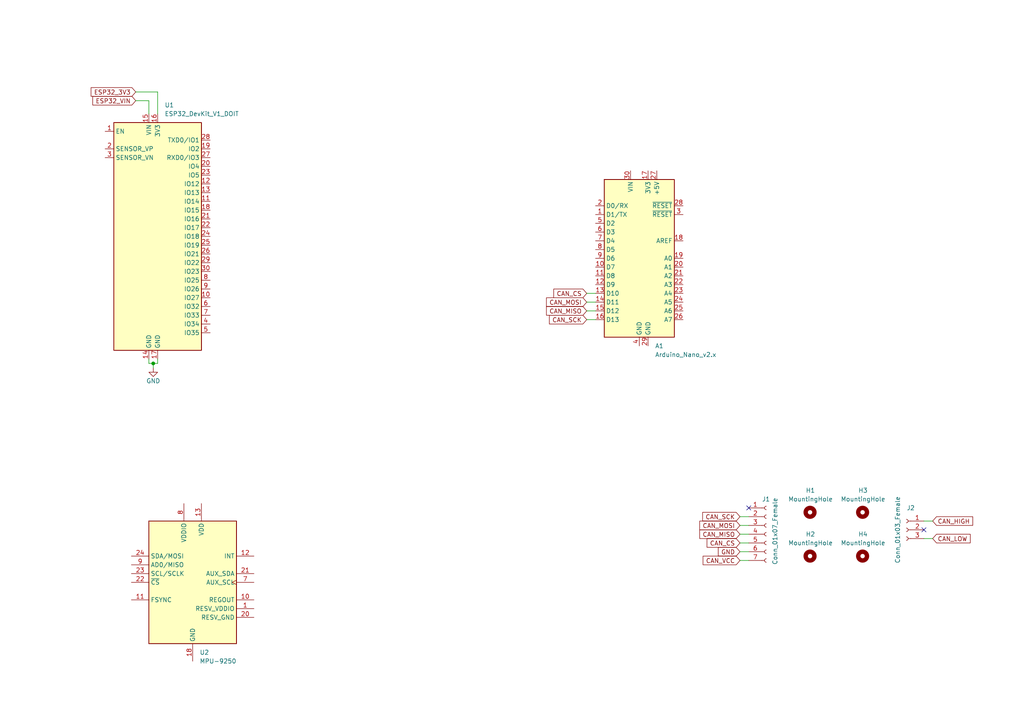
<source format=kicad_sch>
(kicad_sch (version 20211123) (generator eeschema)
  (paper "A4")
  (lib_symbols
    (symbol "Connector:Conn_01x03_Female" (pin_names (offset 1.016) hide)
      (property "Reference" "J" (at 0 5.08 0))
      (property "Value" "Conn_01x03_Female" (at 0 -5.08 0))
      (symbol "Conn_01x03_Female_1_1"
        (arc (start 0 -2.032) (mid -0.508 -2.54) (end 0 -3.048) (stroke (width 0.1524)))
        (polyline (pts (xy -1.27 -2.54) (xy -0.508 -2.54)) (stroke (width 0.1524)))
        (polyline (pts (xy -1.27 0) (xy -0.508 0)) (stroke (width 0.1524)))
        (polyline (pts (xy -1.27 2.54) (xy -0.508 2.54)) (stroke (width 0.1524)))
        (arc (start 0 0.508) (mid -0.508 0) (end 0 -0.508) (stroke (width 0.1524)))
        (arc (start 0 3.048) (mid -0.508 2.54) (end 0 2.032) (stroke (width 0.1524)))
        (pin passive line (at -5.08 2.54 0) (length 3.81) (name "Pin_1") (number "1"))
        (pin passive line (at -5.08 0 0) (length 3.81) (name "Pin_2") (number "2"))
        (pin passive line (at -5.08 -2.54 0) (length 3.81) (name "Pin_3") (number "3"))
      )
    )
    (symbol "Connector:Conn_01x07_Female" (pin_names (offset 1.016) hide)
      (property "Reference" "J" (at 0 10.16 0))
      (property "Value" "Conn_01x07_Female" (at 0 -10.16 0))
      (symbol "Conn_01x07_Female_1_1"
        (arc (start 0 -7.112) (mid -0.508 -7.62) (end 0 -8.128) (stroke (width 0.1524)))
        (arc (start 0 -4.572) (mid -0.508 -5.08) (end 0 -5.588) (stroke (width 0.1524)))
        (arc (start 0 -2.032) (mid -0.508 -2.54) (end 0 -3.048) (stroke (width 0.1524)))
        (polyline (pts (xy -1.27 -7.62) (xy -0.508 -7.62)) (stroke (width 0.1524)))
        (polyline (pts (xy -1.27 -5.08) (xy -0.508 -5.08)) (stroke (width 0.1524)))
        (polyline (pts (xy -1.27 -2.54) (xy -0.508 -2.54)) (stroke (width 0.1524)))
        (polyline (pts (xy -1.27 0) (xy -0.508 0)) (stroke (width 0.1524)))
        (polyline (pts (xy -1.27 2.54) (xy -0.508 2.54)) (stroke (width 0.1524)))
        (polyline (pts (xy -1.27 5.08) (xy -0.508 5.08)) (stroke (width 0.1524)))
        (polyline (pts (xy -1.27 7.62) (xy -0.508 7.62)) (stroke (width 0.1524)))
        (arc (start 0 0.508) (mid -0.508 0) (end 0 -0.508) (stroke (width 0.1524)))
        (arc (start 0 3.048) (mid -0.508 2.54) (end 0 2.032) (stroke (width 0.1524)))
        (arc (start 0 5.588) (mid -0.508 5.08) (end 0 4.572) (stroke (width 0.1524)))
        (arc (start 0 8.128) (mid -0.508 7.62) (end 0 7.112) (stroke (width 0.1524)))
        (pin passive line (at -5.08 7.62 0) (length 3.81) (name "Pin_1") (number "1"))
        (pin passive line (at -5.08 5.08 0) (length 3.81) (name "Pin_2") (number "2"))
        (pin passive line (at -5.08 2.54 0) (length 3.81) (name "Pin_3") (number "3"))
        (pin passive line (at -5.08 0 0) (length 3.81) (name "Pin_4") (number "4"))
        (pin passive line (at -5.08 -2.54 0) (length 3.81) (name "Pin_5") (number "5"))
        (pin passive line (at -5.08 -5.08 0) (length 3.81) (name "Pin_6") (number "6"))
        (pin passive line (at -5.08 -7.62 0) (length 3.81) (name "Pin_7") (number "7"))
      )
    )
    (symbol "MCU_Module:Arduino_Nano_v2.x"
      (property "Reference" "A" (at -10.16 23.495 0))
      (property "Value" "Arduino_Nano_v2.x" (at 5.08 -24.13 0))
      (symbol "Arduino_Nano_v2.x_0_1"
        (rectangle (start -10.16 22.86) (end 10.16 -22.86) (stroke (width 0.254)) (fill (type background)))
      )
      (symbol "Arduino_Nano_v2.x_1_1"
        (pin bidirectional line (at -12.7 12.7 0) (length 2.54) (name "D1/TX") (number "1"))
        (pin bidirectional line (at -12.7 -2.54 0) (length 2.54) (name "D7") (number "10"))
        (pin bidirectional line (at -12.7 -5.08 0) (length 2.54) (name "D8") (number "11"))
        (pin bidirectional line (at -12.7 -7.62 0) (length 2.54) (name "D9") (number "12"))
        (pin bidirectional line (at -12.7 -10.16 0) (length 2.54) (name "D10") (number "13"))
        (pin bidirectional line (at -12.7 -12.7 0) (length 2.54) (name "D11") (number "14"))
        (pin bidirectional line (at -12.7 -15.24 0) (length 2.54) (name "D12") (number "15"))
        (pin bidirectional line (at -12.7 -17.78 0) (length 2.54) (name "D13") (number "16"))
        (pin power_out line (at 2.54 25.4 270) (length 2.54) (name "3V3") (number "17"))
        (pin input line (at 12.7 5.08 180) (length 2.54) (name "AREF") (number "18"))
        (pin bidirectional line (at 12.7 0 180) (length 2.54) (name "A0") (number "19"))
        (pin bidirectional line (at -12.7 15.24 0) (length 2.54) (name "D0/RX") (number "2"))
        (pin bidirectional line (at 12.7 -2.54 180) (length 2.54) (name "A1") (number "20"))
        (pin bidirectional line (at 12.7 -5.08 180) (length 2.54) (name "A2") (number "21"))
        (pin bidirectional line (at 12.7 -7.62 180) (length 2.54) (name "A3") (number "22"))
        (pin bidirectional line (at 12.7 -10.16 180) (length 2.54) (name "A4") (number "23"))
        (pin bidirectional line (at 12.7 -12.7 180) (length 2.54) (name "A5") (number "24"))
        (pin bidirectional line (at 12.7 -15.24 180) (length 2.54) (name "A6") (number "25"))
        (pin bidirectional line (at 12.7 -17.78 180) (length 2.54) (name "A7") (number "26"))
        (pin power_out line (at 5.08 25.4 270) (length 2.54) (name "+5V") (number "27"))
        (pin input line (at 12.7 15.24 180) (length 2.54) (name "~{RESET}") (number "28"))
        (pin power_in line (at 2.54 -25.4 90) (length 2.54) (name "GND") (number "29"))
        (pin input line (at 12.7 12.7 180) (length 2.54) (name "~{RESET}") (number "3"))
        (pin power_in line (at -2.54 25.4 270) (length 2.54) (name "VIN") (number "30"))
        (pin power_in line (at 0 -25.4 90) (length 2.54) (name "GND") (number "4"))
        (pin bidirectional line (at -12.7 10.16 0) (length 2.54) (name "D2") (number "5"))
        (pin bidirectional line (at -12.7 7.62 0) (length 2.54) (name "D3") (number "6"))
        (pin bidirectional line (at -12.7 5.08 0) (length 2.54) (name "D4") (number "7"))
        (pin bidirectional line (at -12.7 2.54 0) (length 2.54) (name "D5") (number "8"))
        (pin bidirectional line (at -12.7 0 0) (length 2.54) (name "D6") (number "9"))
      )
    )
    (symbol "Mechanical:MountingHole" (pin_names (offset 1.016))
      (property "Reference" "H" (at 0 5.08 0))
      (property "Value" "MountingHole" (at 0 3.175 0))
      (symbol "MountingHole_0_1"
        (circle (center 0 0) (radius 1.27) (stroke (width 1.27)))
      )
    )
    (symbol "Sensor_Motion:MPU-9250"
      (property "Reference" "U" (at -11.43 19.05 0))
      (property "Value" "MPU-9250" (at 7.62 -19.05 0))
      (symbol "MPU-9250_0_1"
        (rectangle (start -12.7 17.78) (end 12.7 -17.78) (stroke (width 0.254)) (fill (type background)))
      )
      (symbol "MPU-9250_1_1"
        (pin input line (at 17.78 -7.62 180) (length 5.08) (name "RESV_VDDIO") (number "1"))
        (pin passive line (at 17.78 -5.08 180) (length 5.08) (name "REGOUT") (number "10"))
        (pin input line (at -17.78 -5.08 0) (length 5.08) (name "FSYNC") (number "11"))
        (pin output line (at 17.78 7.62 180) (length 5.08) (name "INT") (number "12"))
        (pin power_in line (at 2.54 22.86 270) (length 5.08) (name "VDD") (number "13"))
        (pin power_in line (at 0 -22.86 90) (length 5.08) (name "GND") (number "18"))
        (pin power_in line (at 17.78 -10.16 180) (length 5.08) (name "RESV_GND") (number "20"))
        (pin bidirectional line (at 17.78 2.54 180) (length 5.08) (name "AUX_SDA") (number "21"))
        (pin input line (at -17.78 0 0) (length 5.08) (name "~{CS}") (number "22"))
        (pin input line (at -17.78 2.54 0) (length 5.08) (name "SCL/SCLK") (number "23"))
        (pin bidirectional line (at -17.78 7.62 0) (length 5.08) (name "SDA/MOSI") (number "24"))
        (pin output clock (at 17.78 0 180) (length 5.08) (name "AUX_SCL") (number "7"))
        (pin power_in line (at -2.54 22.86 270) (length 5.08) (name "VDDIO") (number "8"))
        (pin bidirectional line (at -17.78 5.08 0) (length 5.08) (name "AD0/MISO") (number "9"))
      )
    )
    (symbol "esp32_devkit_v1_doit:ESP32_DevKit_V1_DOIT"
      (property "Reference" "U" (at -11.43 34.29 0))
      (property "Value" "ESP32_DevKit_V1_DOIT" (at 11.43 34.29 0))
      (symbol "ESP32_DevKit_V1_DOIT_1_1"
        (rectangle (start -12.7 33.02) (end 12.7 -33.02) (stroke (width 0.254)) (fill (type background)))
        (pin input line (at -15.24 30.48 0) (length 2.54) (name "EN") (number "1"))
        (pin bidirectional line (at 15.24 -17.78 180) (length 2.54) (name "IO27") (number "10"))
        (pin bidirectional line (at 15.24 10.16 180) (length 2.54) (name "IO14") (number "11"))
        (pin bidirectional line (at 15.24 15.24 180) (length 2.54) (name "IO12") (number "12"))
        (pin bidirectional line (at 15.24 12.7 180) (length 2.54) (name "IO13") (number "13"))
        (pin power_in line (at -2.54 -35.56 90) (length 2.54) (name "GND") (number "14"))
        (pin power_in line (at -2.54 35.56 270) (length 2.54) (name "VIN") (number "15"))
        (pin power_in line (at 0 35.56 270) (length 2.54) (name "3V3") (number "16"))
        (pin power_in line (at 0 -35.56 90) (length 2.54) (name "GND") (number "17"))
        (pin bidirectional line (at 15.24 7.62 180) (length 2.54) (name "IO15") (number "18"))
        (pin bidirectional line (at 15.24 25.4 180) (length 2.54) (name "IO2") (number "19"))
        (pin input line (at -15.24 25.4 0) (length 2.54) (name "SENSOR_VP") (number "2"))
        (pin bidirectional line (at 15.24 20.32 180) (length 2.54) (name "IO4") (number "20"))
        (pin bidirectional line (at 15.24 5.08 180) (length 2.54) (name "IO16") (number "21"))
        (pin bidirectional line (at 15.24 2.54 180) (length 2.54) (name "IO17") (number "22"))
        (pin bidirectional line (at 15.24 17.78 180) (length 2.54) (name "IO5") (number "23"))
        (pin bidirectional line (at 15.24 0 180) (length 2.54) (name "IO18") (number "24"))
        (pin bidirectional line (at 15.24 -2.54 180) (length 2.54) (name "IO19") (number "25"))
        (pin bidirectional line (at 15.24 -5.08 180) (length 2.54) (name "IO21") (number "26"))
        (pin bidirectional line (at 15.24 22.86 180) (length 2.54) (name "RXD0/IO3") (number "27"))
        (pin bidirectional line (at 15.24 27.94 180) (length 2.54) (name "TXD0/IO1") (number "28"))
        (pin bidirectional line (at 15.24 -7.62 180) (length 2.54) (name "IO22") (number "29"))
        (pin input line (at -15.24 22.86 0) (length 2.54) (name "SENSOR_VN") (number "3"))
        (pin bidirectional line (at 15.24 -10.16 180) (length 2.54) (name "IO23") (number "30"))
        (pin input line (at 15.24 -25.4 180) (length 2.54) (name "IO34") (number "4"))
        (pin input line (at 15.24 -27.94 180) (length 2.54) (name "IO35") (number "5"))
        (pin bidirectional line (at 15.24 -20.32 180) (length 2.54) (name "IO32") (number "6"))
        (pin bidirectional line (at 15.24 -22.86 180) (length 2.54) (name "IO33") (number "7"))
        (pin bidirectional line (at 15.24 -12.7 180) (length 2.54) (name "IO25") (number "8"))
        (pin bidirectional line (at 15.24 -15.24 180) (length 2.54) (name "IO26") (number "9"))
      )
    )
    (symbol "power:GND" (power) (pin_names (offset 0))
      (property "Value" "GND" (at 0 -3.81 0))
      (symbol "GND_0_1"
        (polyline (pts (xy 0 0) (xy 0 -1.27) (xy 1.27 -1.27) (xy 0 -2.54) (xy -1.27 -1.27) (xy 0 -1.27)))
      )
      (symbol "GND_1_1"
        (pin power_in line (at 0 0 270) (length 0) hide (name "GND") (number "1"))
      )
    )
  )
  (junction (at 44.45 105.41))
  (no_connect (at 267.97 153.67))
  (no_connect (at 217.17 147.32))
  (wire (pts (xy 43.18 104.14) (xy 43.18 105.41)))
  (wire (pts (xy 214.63 160.02) (xy 217.17 160.02)))
  (wire (pts (xy 214.63 157.48) (xy 217.17 157.48)))
  (wire (pts (xy 45.72 104.14) (xy 45.72 105.41)))
  (wire (pts (xy 44.45 105.41) (xy 45.72 105.41)))
  (wire (pts (xy 214.63 152.4) (xy 217.17 152.4)))
  (wire (pts (xy 43.18 29.21) (xy 43.18 33.02)))
  (wire (pts (xy 214.63 149.86) (xy 217.17 149.86)))
  (wire (pts (xy 43.18 105.41) (xy 44.45 105.41)))
  (wire (pts (xy 45.72 33.02) (xy 45.72 26.67)))
  (wire (pts (xy 214.63 162.56) (xy 217.17 162.56)))
  (wire (pts (xy 170.18 90.17) (xy 172.72 90.17)))
  (wire (pts (xy 170.18 85.09) (xy 172.72 85.09)))
  (wire (pts (xy 214.63 154.94) (xy 217.17 154.94)))
  (wire (pts (xy 170.18 92.71) (xy 172.72 92.71)))
  (wire (pts (xy 267.97 151.13) (xy 270.51 151.13)))
  (wire (pts (xy 267.97 156.21) (xy 270.51 156.21)))
  (wire (pts (xy 39.37 29.21) (xy 43.18 29.21)))
  (wire (pts (xy 44.45 105.41) (xy 44.45 106.68)))
  (wire (pts (xy 39.37 26.67) (xy 45.72 26.67)))
  (wire (pts (xy 170.18 87.63) (xy 172.72 87.63)))
  (global_label "CAN_MISO" (shape input) (at 214.63 154.94 180) (property "Intersheet References" "${INTERSHEET_REFS}" (effects hide)))
  (global_label "CAN_HIGH" (shape input) (at 270.51 151.13 0) (property "Intersheet References" "${INTERSHEET_REFS}" (effects hide)))
  (global_label "ESP32_3V3" (shape input) (at 39.37 26.67 180) (property "Intersheet References" "${INTERSHEET_REFS}" (effects hide)))
  (global_label "CAN_MISO" (shape input) (at 170.18 90.17 180) (property "Intersheet References" "${INTERSHEET_REFS}" (effects hide)))
  (global_label "CAN_MOSI" (shape input) (at 214.63 152.4 180) (property "Intersheet References" "${INTERSHEET_REFS}" (effects hide)))
  (global_label "CAN_VCC" (shape input) (at 214.63 162.56 180) (property "Intersheet References" "${INTERSHEET_REFS}" (effects hide)))
  (global_label "CAN_CS" (shape input) (at 170.18 85.09 180) (property "Intersheet References" "${INTERSHEET_REFS}" (effects hide)))
  (global_label "GND" (shape input) (at 214.63 160.02 180) (property "Intersheet References" "${INTERSHEET_REFS}" (effects hide)))
  (global_label "CAN_CS" (shape input) (at 214.63 157.48 180) (property "Intersheet References" "${INTERSHEET_REFS}" (effects hide)))
  (global_label "CAN_MOSI" (shape input) (at 170.18 87.63 180) (property "Intersheet References" "${INTERSHEET_REFS}" (effects hide)))
  (global_label "ESP32_VIN" (shape input) (at 39.37 29.21 180) (property "Intersheet References" "${INTERSHEET_REFS}" (effects hide)))
  (global_label "CAN_SCK" (shape input) (at 214.63 149.86 180) (property "Intersheet References" "${INTERSHEET_REFS}" (effects hide)))
  (global_label "CAN_SCK" (shape input) (at 170.18 92.71 180) (property "Intersheet References" "${INTERSHEET_REFS}" (effects hide)))
  (global_label "CAN_LOW" (shape input) (at 270.51 156.21 0) (property "Intersheet References" "${INTERSHEET_REFS}" (effects hide)))
  (symbol (lib_id "Mechanical:MountingHole") (at 250.19 161.29 0) (unit 1)
    (property "Reference" "H4" (at 248.92 154.94 0) (effects (justify left)))
    (property "Value" "MountingHole" (at 243.84 157.48 0) (effects (justify left)))
    (property "Footprint" "MountingHole:MountingHole_3.2mm_M3_ISO7380" (effects hide))
  )
  (symbol (lib_id "Mechanical:MountingHole") (at 250.19 148.59 0) (unit 1)
    (property "Reference" "H3" (at 248.92 142.24 0) (effects (justify left)))
    (property "Value" "MountingHole" (at 243.84 144.78 0) (effects (justify left)))
    (property "Footprint" "MountingHole:MountingHole_3.2mm_M3_ISO7380" (effects hide))
  )
  (symbol (lib_id "Mechanical:MountingHole") (at 234.95 161.29 0) (unit 1)
    (property "Reference" "H2" (at 233.68 154.94 0) (effects (justify left)))
    (property "Value" "MountingHole" (at 228.6 157.48 0) (effects (justify left)))
    (property "Footprint" "MountingHole:MountingHole_3.2mm_M3_ISO7380" (effects hide))
  )
  (symbol (lib_id "Connector:Conn_01x07_Female") (at 222.25 154.94 0) (unit 1)
    (property "Reference" "J1" (at 220.98 144.78 0) (effects (justify left)))
    (property "Value" "Conn_01x07_Female" (at 224.79 163.83 90) (effects (justify left)))
    (property "Footprint" "Connector_PinHeader_2.54mm:PinHeader_1x06_P2.54mm_Vertical" (effects hide))
  )
  (symbol (lib_id "esp32_devkit_v1_doit:ESP32_DevKit_V1_DOIT") (at 45.72 68.58 0) (unit 1)
    (property "Reference" "U1" (at 47.7394 30.48 0) (effects (justify left)))
    (property "Value" "ESP32_DevKit_V1_DOIT" (at 47.7394 33.02 0) (effects (justify left)))
    (property "Footprint" "esp32_devkit_v1_doit:esp32_devkit_v1_doit" (effects hide))
    (property "Datasheet" "https://aliexpress.com/item/32864722159.html" (effects hide))
  )
  (symbol (lib_id "Sensor_Motion:MPU-9250") (at 55.88 168.91 0) (unit 1)
    (property "Reference" "U2" (at 57.8994 189.23 0) (effects (justify left)))
    (property "Value" "MPU-9250" (at 57.8994 191.77 0) (effects (justify left)))
    (property "Footprint" "Sensor_Motion:InvenSense_QFN-24_3x3mm_P0.4mm" (effects hide))
    (property "Datasheet" "https://invensense.tdk.com/wp-content/uploads/2015/02/PS-MPU-9250A-01-v1.1.pdf" (effects hide))
  )
  (symbol (lib_id "MCU_Module:Arduino_Nano_v2.x") (at 185.42 74.93 0) (unit 1)
    (property "Reference" "A1" (at 189.9794 100.33 0) (effects (justify left)))
    (property "Value" "Arduino_Nano_v2.x" (at 189.9794 102.87 0) (effects (justify left)))
    (property "Footprint" "Module:Arduino_Nano" (effects hide))
    (property "Datasheet" "https://www.arduino.cc/en/uploads/Main/ArduinoNanoManual23.pdf" (effects hide))
  )
  (symbol (lib_id "Mechanical:MountingHole") (at 234.95 148.59 0) (unit 1)
    (property "Reference" "H1" (at 233.68 142.24 0) (effects (justify left)))
    (property "Value" "MountingHole" (at 228.6 144.78 0) (effects (justify left)))
    (property "Footprint" "MountingHole:MountingHole_3.2mm_M3_ISO7380" (effects hide))
  )
  (symbol (lib_id "Connector:Conn_01x03_Female") (at 262.89 153.67 0) (mirror y) (unit 1)
    (property "Reference" "J2" (at 264.16 147.32 0))
    (property "Value" "Conn_01x03_Female" (at 260.35 153.67 90))
    (property "Footprint" "Connector_PinHeader_2.54mm:PinHeader_1x03_P2.54mm_Vertical" (effects hide))
  )
  (symbol (lib_id "power:GND") (at 44.45 106.68 0) (unit 1)
    (property "Reference" "#PWR0101" (effects hide))
    (property "Value" "GND" (at 44.45 110.49 0))
  )
)
</source>
